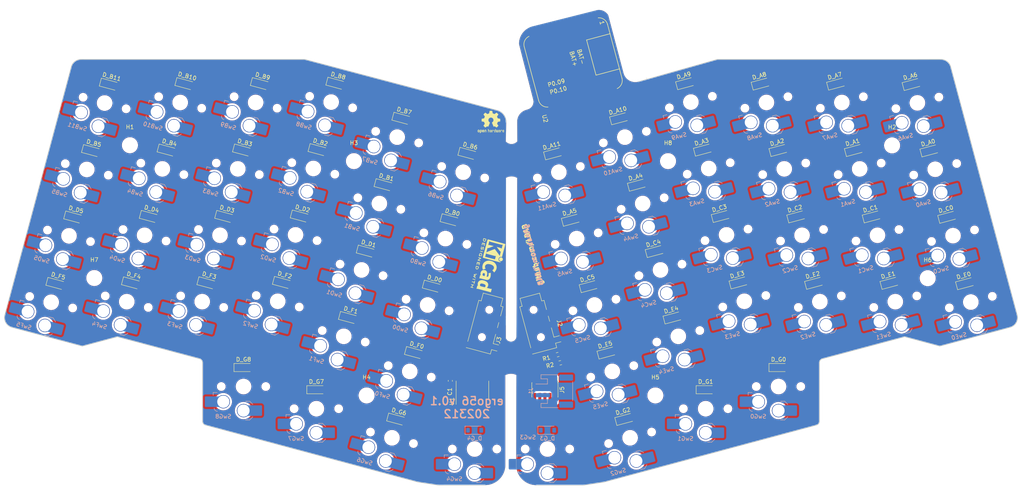
<source format=kicad_pcb>
(kicad_pcb (version 20221018) (generator pcbnew)
  (title_block (date "2023-12-20") (rev "0.1") (company "github.com/LDAB"))
  (layers (0 "F.Cu" signal) (31 "B.Cu" signal) (34 "B.Paste" user) (35 "F.Paste" user) (36 "B.SilkS" user "B.Silkscreen") (37 "F.SilkS" user "F.Silkscreen") (38 "B.Mask" user) (39 "F.Mask" user) (44 "Edge.Cuts" user))
  (net 0 "")
  (net 1 "col0")
  (net 2 "col1")
  (net 3 "col2")
  (net 4 "col3")
  (net 5 "col4")
  (net 6 "col5")
  (net 7 "GND")
  (net 8 "row1")
  (net 9 "row2")
  (net 10 "row3")
  (net 11 "row4")
  (net 12 "col7")
  (net 13 "col8")
  (net 14 "col9")
  (net 15 "RST")
  (net 16 "col10")
  (net 17 "col11")
  (net 18 "col6")
  (net 19 "BAT")
  (net 20 "row0")
  (net 21 "+3V3")
  (net 22 "Net-(D_A0-A)")
  (net 23 "Net-(D_A1-A)")
  (net 24 "Net-(D_A2-A)")
  (net 25 "Net-(D_A3-A)")
  (net 26 "Net-(D_A4-A)")
  (net 27 "Net-(D_A5-A)")
  (net 28 "Net-(D_A6-A)")
  (net 29 "Net-(D_A7-A)")
  (net 30 "Net-(D_A8-A)")
  (net 31 "Net-(D_A9-A)")
  (net 32 "Net-(D_A10-A)")
  (net 33 "Net-(D_A11-A)")
  (net 34 "row6")
  (net 35 "Net-(D_B0-A)")
  (net 36 "Net-(D_B1-A)")
  (net 37 "Net-(D_B2-A)")
  (net 38 "Net-(D_B3-A)")
  (net 39 "Net-(D_B4-A)")
  (net 40 "Net-(D_B5-A)")
  (net 41 "row5")
  (net 42 "Net-(D_B6-A)")
  (net 43 "Net-(D_B7-A)")
  (net 44 "Net-(D_B8-A)")
  (net 45 "Net-(D_B9-A)")
  (net 46 "Net-(D_B10-A)")
  (net 47 "Net-(D_B11-A)")
  (net 48 "Net-(D_C0-A)")
  (net 49 "Net-(D_C1-A)")
  (net 50 "Net-(D_C2-A)")
  (net 51 "Net-(D_C3-A)")
  (net 52 "Net-(D_C4-A)")
  (net 53 "Net-(D_C5-A)")
  (net 54 "row7")
  (net 55 "Net-(D_D0-A)")
  (net 56 "Net-(D_D1-A)")
  (net 57 "Net-(D_D2-A)")
  (net 58 "Net-(D_D3-A)")
  (net 59 "Net-(D_D4-A)")
  (net 60 "Net-(D_D5-A)")
  (net 61 "Net-(D_E0-A)")
  (net 62 "Net-(D_E1-A)")
  (net 63 "Net-(D_E2-A)")
  (net 64 "Net-(D_E3-A)")
  (net 65 "Net-(D_E4-A)")
  (net 66 "Net-(D_E5-A)")
  (net 67 "row8")
  (net 68 "Net-(D_F0-A)")
  (net 69 "Net-(D_F1-A)")
  (net 70 "Net-(D_F2-A)")
  (net 71 "Net-(D_F3-A)")
  (net 72 "Net-(D_F4-A)")
  (net 73 "Net-(D_F5-A)")
  (net 74 "Net-(D_G0-A)")
  (net 75 "Net-(D_G1-A)")
  (net 76 "Net-(D_G2-A)")
  (net 77 "Net-(D_G3-A)")
  (net 78 "row9")
  (net 79 "Net-(D_G4-A)")
  (net 80 "Net-(D_G6-A)")
  (net 81 "Net-(D_G7-A)")
  (net 82 "Net-(D_G8-A)")
  (net 83 "SCL")
  (net 84 "SWDIO")
  (net 85 "SWDCLK")
  (net 87 "SDA")
  (net 94 "VBUS")
  (footprint "Diode_SMD:D_SOD-123" (layer "F.Cu") (at 172.122122 113.992977 15)
    (fp_text reference "D_E5")
    (fp_text value "~")
  )
  (footprint "Diode_SMD:D_SOD-123" (layer "F.Cu") (at 204.744334 96.647437 15)
    (fp_text reference "D_E3")
    (fp_text value "~")
  )
  (footprint "Diode_SMD:D_SOD-123" (layer "F.Cu") (at 223.405073 96.743588 15)
    (fp_text reference "D_E2")
    (fp_text value "~")
  )
  (footprint "Diode_SMD:D_SOD-123" (layer "F.Cu") (at 242.041892 96.750496 15)
    (fp_text reference "D_E1")
    (fp_text value "~")
  )
  (footprint "Diode_SMD:D_SOD-123" (layer "F.Cu") (at 260.702628 96.846634 15)
    (fp_text reference "D_E0")
    (fp_text value "~")
  )
  (footprint "Diode_SMD:D_SOD-123" (layer "F.Cu") (at 40.367311 80.534613 -15)
    (fp_text reference "D_D5")
    (fp_text value "~")
  )
  (footprint "Diode_SMD:D_SOD-123" (layer "F.Cu") (at 59.039182 80.39693 -15)
    (fp_text reference "D_D4")
    (fp_text value "~")
  )
  (footprint "Diode_SMD:D_SOD-123" (layer "F.Cu") (at 77.675889 80.390435 -15)
    (fp_text reference "D_D3")
    (fp_text value "~")
  )
  (footprint "Diode_SMD:D_SOD-123" (layer "F.Cu") (at 96.336634 80.294281 -15)
    (fp_text reference "D_D2")
    (fp_text value "~")
  )
  (footprint "Diode_SMD:D_SOD-123" (layer "F.Cu") (at 112.647735 88.967055 -15)
    (fp_text reference "D_D1")
    (fp_text value "~")
  )
  (footprint "Diode_SMD:D_SOD-123" (layer "F.Cu") (at 128.95884 97.639835 -15)
    (fp_text reference "D_D0")
    (fp_text value "~")
  )
  (footprint "Diode_SMD:D_SOD-123" (layer "F.Cu") (at 167.722187 97.572231 15)
    (fp_text reference "D_C5")
    (fp_text value "~")
  )
  (footprint "Diode_SMD:D_SOD-123" (layer "F.Cu") (at 184.0333 88.899466 15)
    (fp_text reference "D_C4")
    (fp_text value "~")
  )
  (footprint "Diode_SMD:D_SOD-123" (layer "F.Cu") (at 200.344416 80.226688 15)
    (fp_text reference "D_C3")
    (fp_text value "~")
  )
  (footprint "Diode_SMD:D_SOD-123" (layer "F.Cu") (at 219.005144 80.322836 15)
    (fp_text reference "D_C2")
    (fp_text value "~")
  )
  (footprint "Diode_SMD:D_SOD-123" (layer "F.Cu") (at 237.641971 80.329734 15)
    (fp_text reference "D_C1")
    (fp_text value "~")
  )
  (footprint "Diode_SMD:D_SOD-123" (layer "F.Cu") (at 256.302711 80.425887 15)
    (fp_text reference "D_C0")
    (fp_text value "~")
  )
  (footprint "Diode_SMD:D_SOD-123" (layer "F.Cu") (at 44.767246 64.113884 -15)
    (fp_text reference "D_B5")
    (fp_text value "~")
  )
  (footprint "Diode_SMD:D_SOD-123" (layer "F.Cu") (at 63.439107 63.976182 -15)
    (fp_text reference "D_B4")
    (fp_text value "~")
  )
  (footprint "Diode_SMD:D_SOD-123" (layer "F.Cu") (at 82.075809 63.969702 -15)
    (fp_text reference "D_B3")
    (fp_text value "~")
  )
  (footprint "Diode_SMD:D_SOD-123" (layer "F.Cu") (at 100.736559 63.873552 -15)
    (fp_text reference "D_B2")
    (fp_text value "~")
  )
  (footprint "Diode_SMD:D_SOD-123" (layer "F.Cu") (at 117.047665 72.546323 -15)
    (fp_text reference "D_B1")
    (fp_text value "~")
  )
  (footprint "Diode_SMD:D_SOD-123" (layer "F.Cu") (at 133.358764 81.219098 -15)
    (fp_text reference "D_B0")
    (fp_text value "~")
  )
  (footprint "Diode_SMD:D_SOD-123" (layer "F.Cu") (at 163.322261 81.151495 15)
    (fp_text reference "D_A5")
    (fp_text value "~")
  )
  (footprint "Diode_SMD:D_SOD-123" (layer "F.Cu") (at 179.633377 72.478735 15)
    (fp_text reference "D_A4")
    (fp_text value "~")
  )
  (footprint "Diode_SMD:D_SOD-123" (layer "F.Cu") (at 195.94449 63.805954 15)
    (fp_text reference "D_A3")
    (fp_text value "~")
  )
  (footprint "Diode_SMD:D_SOD-123" (layer "F.Cu") (at 214.605234 63.902106 15)
    (fp_text reference "D_A2")
    (fp_text value "~")
  )
  (footprint "Diode_SMD:D_SOD-123" (layer "F.Cu") (at 233.24205 63.90902 15)
    (fp_text reference "D_A1")
    (fp_text value "~")
  )
  (footprint "Diode_SMD:D_SOD-123" (layer "F.Cu") (at 251.902777 64.00515 15)
    (fp_text reference "D_A0")
    (fp_text value "~")
  )
  (footprint "Diode_SMD:D_SOD-123" (layer "F.Cu") (at 100.264573 123.155996)
    (fp_text reference "D_G7")
    (fp_text value "~")
  )
  (footprint "Diode_SMD:D_SOD-123" (layer "F.Cu") (at 120.150091 130.511762 -15)
    (fp_text reference "D_G6")
    (fp_text value "~")
  )
  (footprint "Diode_SMD:D_SOD-123" (layer "F.Cu") (at 176.525605 130.415362 15)
    (fp_text reference "D_G2")
    (fp_text value "~")
  )
  (footprint "Diode_SMD:D_SOD-123" (layer "F.Cu") (at 196.436821 123.155674)
    (fp_text reference "D_G1")
    (fp_text value "~")
  )
  (footprint "Diode_SMD:D_SOD-123" (layer "F.Cu") (at 35.967396 96.955358 -15)
    (fp_text reference "D_F5")
    (fp_text value "~")
  )
  (footprint "Diode_SMD:D_SOD-123" (layer "F.Cu") (at 54.639251 96.817675 -15)
    (fp_text reference "D_F4")
    (fp_text value "~")
  )
  (footprint "Diode_SMD:D_SOD-123" (layer "F.Cu") (at 73.275966 96.81118 -15)
    (fp_text reference "D_F3")
    (fp_text value "~")
  )
  (footprint "Diode_SMD:D_SOD-123" (layer "F.Cu") (at 91.936697 96.715032 -15)
    (fp_text reference "D_F2")
    (fp_text value "~")
  )
  (footprint "Diode_SMD:D_SOD-123" (layer "F.Cu") (at 108.247816 105.387798 -15)
    (fp_text reference "D_F1")
    (fp_text value "~")
  )
  (footprint "Diode_SMD:D_SOD-123" (layer "F.Cu") (at 124.558926 114.060566 -15)
    (fp_text reference "D_F0")
    (fp_text value "~")
  )
  (footprint "Diode_SMD:D_SOD-123" (layer "F.Cu") (at 188.433231 105.320203 15)
    (fp_text reference "D_E4")
    (fp_text value "~")
  )
  (footprint "Connector_Audio:Jack_3.5mm_PJ320D_Horizontal" (layer "F.Cu") (at 141.73555 107.99953 -105)
    (fp_text reference "J3")
    (fp_text value "AudioJack3_Ground")
  )
  (footprint "Diode_SMD:D_SOD-123" (layer "F.Cu") (at 67.839012 47.555414 -15)
    (fp_text reference "D_B10")
    (fp_text value "~")
  )
  (footprint "MountingHole:MountingHole_3.5mm" (layer "F.Cu") (at 251.294969 95.575136)
    (fp_text reference "H6")
    (fp_text value "MountingHole")
  )
  (footprint "MountingHole:MountingHole_3.5mm" (layer "F.Cu") (at 112.672016 124.571755)
    (fp_text reference "H4")
    (fp_text value "MountingHole")
  )
  (footprint "Diode_SMD:D_SOD-123" (layer "F.Cu") (at 158.922397 64.730755 15)
    (fp_text reference "D_A11")
    (fp_text value "~")
  )
  (footprint "MountingHole:MountingHole_3.5mm" (layer "F.Cu") (at 242.495081 62.733607)
    (fp_text reference "H2")
    (fp_text value "MountingHole")
  )
  (footprint "Capacitor_SMD:C_0603_1608Metric_Pad1.08x0.95mm_HandSolder" (layer "F.Cu") (at 133.35355 120.95353 -90)
    (fp_text reference "C1")
    (fp_text value "100n")
  )
  (footprint "Diode_SMD:D_SOD-123" (layer "F.Cu") (at 228.842112 47.488251 15)
    (fp_text reference "D_A7")
    (fp_text value "~")
  )
  (footprint "Diode_SMD:D_SOD-123" (layer "F.Cu") (at 175.233457 56.058026 15)
    (fp_text reference "D_A10")
    (fp_text value "~")
  )
  (footprint "MountingHole:MountingHole_3.5mm" (layer "F.Cu") (at 187.139552 66.624529)
    (fp_text reference "H8")
    (fp_text value "MountingHole")
  )
  (footprint "Resistor_SMD:R_0603_1608Metric_Pad0.98x0.95mm_HandSolder" (layer "F.Cu") (at 160.53155 116.50853 15)
    (fp_text reference "R2")
    (fp_text value "10K")
  )
  (footprint "Diode_SMD:D_SOD-123" (layer "F.Cu") (at 247.502374 47.584159 15)
    (fp_text reference "D_A6")
    (fp_text value "~")
  )
  (footprint "Diode_SMD:D_SOD-123" (layer "F.Cu") (at 121.447563 56.125598 -15)
    (fp_text reference "D_B7")
    (fp_text value "~")
  )
  (footprint "Connector_PinHeader_1.27mm:PinHeader_2x05_P1.27mm_Vertical_SMD" (layer "F.Cu") (at 156.72155 123.19453 -90)
    (fp_text reference "J5")
    (fp_text value "Conn_ARM_SWD")
  )
  (footprint "Diode_SMD:D_SOD-123" (layer "F.Cu") (at 214.437165 117.673497)
    (fp_text reference "D_G0")
    (fp_text value "~")
  )
  (footprint "Diode_SMD:D_SOD-123" (layer "F.Cu") (at 137.758722 64.798342 -15)
    (fp_text reference "D_B6")
    (fp_text value "~")
  )
  (footprint "Connector_Audio:Jack_3.5mm_PJ320D_Horizontal" (layer "F.Cu") (at 155.160779 108.014212 -75)
    (fp_text reference "J2")
    (fp_text value "AudioJack3_Ground")
  )
  (footprint "Package_SO:TSSOP-24_4.4x7.8mm_P0.65mm" (layer "F.Cu") (at 138.81455 123.19453 90)
    (fp_text reference "U1")
    (fp_text value "PCA9555PW")
  )
  (footprint "Diode_SMD:D_SOD-123" (layer "F.Cu") (at 191.544616 47.385194 15)
    (fp_text reference "D_A9")
    (fp_text value "~")
  )
  (footprint "Symbol:KiCad-Logo2_5mm_SilkScreen" (layer "F.Cu") (at 142.823596 92.514014 -105)
    (fp_text reference "REF**" hide)
    (fp_text value "KiCad-Logo2_5mm_SilkScreen" hide)
  )
  (footprint "Diode_SMD:D_SOD-123" (layer "F.Cu") (at 86.475741 47.548921 -15)
    (fp_text reference "D_B9")
    (fp_text value "~")
  )
  (footprint "MountingHole:MountingHole_3.5mm" (layer "F.Cu") (at 54.194961 62.692513)
    (fp_text reference "H1")
    (fp_text value "MountingHole")
  )
  (footprint "Diode_SMD:D_SOD-123" (layer "F.Cu") (at 82.264574 117.673996)
    (fp_text reference "D_G8")
    (fp_text value "~")
  )
  (footprint "Diode_SMD:D_SOD-123" (layer "F.Cu") (at 105.136506 47.45277 -15)
    (fp_text reference "D_B8")
    (fp_text value "~")
  )
  (footprint "Diode_SMD:D_SOD-123" (layer "F.Cu") (at 49.167219 47.693106 -15)
    (fp_text reference "D_B11")
    (fp_text value "~")
  )
  (footprint "Resistor_SMD:R_0603_1608Metric_Pad0.98x0.95mm_HandSolder" (layer "F.Cu") (at 159.87305 114.47653 15)
    (fp_text reference "R1")
    (fp_text value "10K")
  )
  (footprint "Symbol:OSHW-Logo2_7.3x6mm_SilkScreen" (layer "F.Cu") (at 143.38655 56.94553)
    (fp_text reference "REF**" hide)
    (fp_text value "OSHW-Logo2_7.3x6mm_SilkScreen" hide)
  )
  (footprint "MountingHole:MountingHole_3.5mm" (layer "F.Cu") (at 109.53921 66.624587)
    (fp_text reference "H3")
    (fp_text value "MountingHole")
  )
  (footprint "Diode_SMD:D_SOD-123" (layer "F.Cu") (at 210.205268 47.481339 15)
    (fp_text reference "D_A8")
    (fp_text value "~")
  )
  (footprint "MountingHole:MountingHole_3.5mm" (layer "F.Cu") (at 184.007067 124.571747)
    (fp_text reference "H5")
    (fp_text value "MountingHole")
  )
  (footprint "PCM_marbastlib-xp-promicroish:Xiao_nRF52840_AC_Reflow" (layer "F.Cu") (at 163.70655 42.21353 -75)
    (fp_text reference "U2")
    (fp_text value "Seeeduino Xiao nRF52840")
  )
  (footprint "MountingHole:MountingHole_3.5mm" (layer "F.Cu") (at 45.395136 95.534008)
    (fp_text reference "H7")
    (fp_text value "MountingHole")
  )
  (footprint "PCM_marbastlib-choc:SW_choc_v1_HS_1u" (layer "B.Cu") (at 205.988494 101.280507 -165)
    (fp_text reference "SwE3")
    (fp_text value "SW_Push")
  )
  (footprint "PCM_marbastlib-choc:SW_choc_v1_HS_1u" (layer "B.Cu") (at 224.649222 101.376658 -165)
    (fp_text reference "SwE2")
    (fp_text value "SW_Push")
  )
  (footprint "PCM_marbastlib-choc:SW_choc_v1_HS_1u" (layer "B.Cu") (at 243.286049 101.383562 -165)
    (fp_text reference "SwE1")
    (fp_text value "SW_Push")
  )
  (footprint "PCM_marbastlib-choc:SW_choc_v1_HS_1u" (layer "B.Cu") (at 261.946789 101.479712 -165)
    (fp_text reference "SwE0")
    (fp_text value "SW_Push")
  )
  (footprint "PCM_marbastlib-choc:SW_choc_v1_HS_1u" (layer "B.Cu") (at 39.143256 85.100099 165)
    (fp_text reference "SwD5")
    (fp_text value "SW_Push")
  )
  (footprint "PCM_marbastlib-choc:SW_choc_v1_HS_1u" (layer "B.Cu") (at 57.815118 84.96241 165)
    (fp_text reference "SwD4")
    (fp_text value "SW_Push")
  )
  (footprint "PCM_marbastlib-choc:SW_choc_v1_HS_1u" (layer "B.Cu") (at 76.451828 84.955909 165)
    (fp_text reference "SwD3")
    (fp_text value "SW_Push")
  )
  (footprint "PCM_marbastlib-choc:SW_choc_v1_HS_1u" (layer "B.Cu") (at 111.423669 93.532531 165)
    (fp_text reference "SwD1")
    (fp_text value "SW_Push")
  )
  (footprint "PCM_marbastlib-choc:SW_choc_v1_HS_1u" (layer "B.Cu") (at 127.734789 102.20531 165)
    (fp_text reference "SwD0")
    (fp_text value "SW_Push")
  )
  (footprint "PCM_marbastlib-choc:SW_choc_v1_HS_1u" (layer "B.Cu") (at 168.966353 102.205305 -165)
    (fp_text reference "SwC5")
    (fp_text value "SW_Push")
  )
  (footprint "PCM_marbastlib-choc:SW_choc_v1_HS_1u" (layer "B.Cu") (at 132.134702 85.784573 165)
    (fp_text reference "SwB0")
    (fp_text value "SW_Push")
  )
  (footprint "PCM_marbastlib-choc:SW_choc_v1_HS_1u" (layer "B.Cu") (at 95.112563 84.859766 165)
    (fp_text reference "SwD2")
    (fp_text value "SW_Push")
  )
  (footprint "PCM_marbastlib-choc:SW_choc_v1_HS_1u" (layer "B.Cu") (at 185.277461 93.532539 -165)
    (fp_text reference "SwC4")
    (fp_text value "SW_Push")
  )
  (footprint "PCM_marbastlib-choc:SW_choc_v1_HS_1u" (layer "B.Cu") (at 201.588577 84.859766 -165)
    (fp_text reference "SwC3")
    (fp_text value "SW_Push")
  )
  (footprint "PCM_marbastlib-choc:SW_choc_v1_HS_1u" (layer "B.Cu") (at 220.249313 84.955916 -165)
    (fp_text reference "SwC2")
    (fp_text value "SW_Push")
  )
  (footprint "PCM_marbastlib-choc:SW_choc_v1_HS_1u" (layer "B.Cu") (at 238.886124 84.962824 -165)
    (fp_text reference "SwC1")
    (fp_text value "SW_Push")
  )
  (footprint "PCM_marbastlib-choc:SW_choc_v1_HS_1u" (layer "B.Cu") (at 257.546867 85.058972 -165)
    (fp_text reference "SwC0")
    (fp_text value "SW_Push")
  )
  (footprint "PCM_marbastlib-choc:SW_choc_v1_HS_1u" (layer "B.Cu") (at 43.54318 68.679353 165)
    (fp_text reference "SwB5")
    (fp_text value "SW_Push")
  )
  (footprint "PCM_marbastlib-choc:SW_choc_v1_HS_1u" (layer "B.Cu") (at 177.766217 135.046468 -165)
    (fp_text reference "SwG2")
    (fp_text value "SW_Push")
  )
  (footprint "PCM_marbastlib-choc:SW_choc_v1_HS_1u" (layer "B.Cu") (at 62.215042 68.541678 165)
    (fp_text reference "SwB4")
    (fp_text value "SW_Push")
  )
  (footprint "PCM_marbastlib-choc:SW_choc_v1_HS_1u" (layer "B.Cu") (at 253.146927 68.638224 -165)
    (fp_text reference "SwA0")
    (fp_text value "SW_Push")
  )
  (footprint "PCM_marbastlib-choc:SW_choc_v1_HS_1u" (layer "B.Cu") (at 180.877542 77.1118 -165)
    (fp_text reference "SwA4")
    (fp_text value "SW_Push")
  )
  (footprint "PCM_marbastlib-choc:SW_choc_v1_HS_1u" (layer "B.Cu") (at 197.188649 68.439026 -165)
    (fp_text reference "SwA3")
    (fp_text value "SW_Push")
  )
  (footprint "PCM_marbastlib-choc:SW_choc_v1_HS_1u" (layer "B.Cu") (at 115.823598 77.111796 165)
    (fp_text reference "SwB1")
    (fp_text value "SW_Push")
  )
  (footprint "PCM_marbastlib-choc:SW_choc_v1_HS_1u" (layer "B.Cu") (at 123.334859 118.626045 165)
    (fp_text reference "SwF0")
    (fp_text value "SW_Push")
  )
  (footprint "PCM_marbastlib-choc:SW_choc_v1_HS_1u" (layer "B.Cu") (at 234.486214 68.542084 -165)
    (fp_text reference "SwA1")
    (fp_text value "SW_Push")
  )
  (footprint "PCM_marbastlib-choc:SW_choc_v1_HS_1u" (layer "B.Cu") (at 80.851749 68.535178 165)
    (fp_text reference "SwB3")
    (fp_text value "SW_Push")
  )
  (footprint "PCM_marbastlib-choc:SW_choc_v1_HS_1u" (layer "B.Cu") (at 99.512487 68.439036 165)
    (fp_text reference "SwB2")
    (fp_text value "SW_Push")
  )
  (footprint "PCM_marbastlib-choc:SW_choc_v1_HS_1u" (layer "B.Cu") (at 34.743324 101.520842 165)
    (fp_text reference "SwF5")
    (fp_text value "SW_Push")
  )
  (footprint "PCM_marbastlib-choc:SW_choc_v1_HS_1u" (layer "B.Cu") (at 53.415184 101.383149 165)
    (fp_text reference "SwF4")
    (fp_text value "SW_Push")
  )
  (footprint "PCM_marbastlib-choc:SW_choc_v1_HS_1u" (layer "B.Cu") (at 72.051909 101.376659 165)
    (fp_text reference "SwF3")
    (fp_text value "SW_Push")
  )
  (footprint "PCM_marbastlib-choc:SW_choc_v1_HS_1u" (layer "B.Cu") (at 90.712644 101.280517 165)
    (fp_text reference "SwF2")
    (fp_text value "SW_Push")
  )
  (footprint "PCM_marbastlib-choc:SW_choc_v1_HS_1u" (layer "B.Cu") (at 107.023754 109.953268 165)
    (fp_text reference "SwF1")
    (fp_text value "SW_Push")
  )
  (footprint "PCM_marbastlib-choc:SW_choc_v1_HS_1u" (layer "B.Cu") (at 173.366287 118.626054 -165)
    (fp_text reference "SwE5")
    (fp_text value "SW_Push")
  )
  (footprint "PCM_marbastlib-choc:SW_choc_v1_HS_1u" (layer "B.Cu") (at 189.67739 109.953278 -165)
    (fp_text reference "SwE4")
    (fp_text value "SW_Push")
  )
  (footprint "Diode_SMD:D_SOD-123" (layer "B.Cu") (at 139.350572 133.174992)
    (fp_text reference "D_G4")
    (fp_text value "~")
  )
  (footprint "PCM_marbastlib-choc:SW_choc_v1_HS_1u" (layer "B.Cu") (at 215.849382 68.535183 -165)
    (fp_text reference "SwA2")
    (fp_text value "SW_Push")
  )
  (footprint "PCM_marbastlib-choc:SW_choc_v1_HS_1u" (layer "B.Cu") (at 164.566436 85.784569 -165)
    (fp_text reference "SwA5")
    (fp_text value "SW_Push")
  )
  (footprint "PCM_marbastlib-choc:SW_choc_v1_HS_1u" (layer "B.Cu") (at 196.436816 127.850672 180)
    (fp_text reference "SwG1")
    (fp_text value "SW_Push")
  )
  (footprint "PCM_marbastlib-choc:SW_choc_v1_HS_1u" (layer "B.Cu") (at 118.934937 135.046785 165)
    (fp_text reference "SwG6")
    (fp_text value "SW_Push")
  )
  (footprint "PCM_marbastlib-choc:SW_choc_v1_HS_1u" (layer "B.Cu") (at 100.264573 127.850999 180)
    (fp_text reference "SwG7")
    (fp_text value "SW_Push")
  )
  (footprint "PCM_marbastlib-choc:SW_choc_v1_HS_1u" (layer "B.Cu") (at 139.350564 137.824528 180)
    (fp_text reference "SwG4")
    (fp_text value "SW_Push")
  )
  (footprint "PCM_marbastlib-choc:SW_choc_v1_HS_1u" (layer "B.Cu") (at 214.437165 122.368497 180)
    (fp_text reference "SwG0")
    (fp_text value "SW_Push")
  )
  (footprint "PCM_marbastlib-choc:SW_choc_v1_HS_1u" (layer "B.Cu") (at 230.086278 52.121327 -165)
    (fp_text reference "SwA7")
    (fp_text value "SW_Push")
  )
  (footprint "PCM_marbastlib-choc:SW_choc_v1_HS_1u" (layer "B.Cu") (at 248.747044 52.217477 -165)
    (fp_text reference "SwA6")
    (fp_text value "SW_Push")
  )
  (footprint "PCM_marbastlib-choc:SW_choc_v1_HS_1u" (layer "B.Cu") (at 85.251681 52.114403 165)
    (fp_text reference "SwB9")
    (fp_text value "SW_Push")
  )
  (footprint "PCM_marbastlib-choc:SW_choc_v1_HS_1u" (layer "B.Cu") (at 82.264573 122.368996 180)
    (fp_text reference "SwG8")
    (fp_text value "SW_Push")
  )
  (footprint "PCM_marbastlib-choc:SW_choc_v1_HS_1u" (layer "B.Cu") (at 47.943143 52.258568 165)
    (fp_text reference "SwB11")
    (fp_text value "SW_Push")
  )
  (footprint "PCM_marbastlib-choc:SW_choc_v1_HS_1u" (layer "B.Cu") (at 192.788773 52.018263 -165)
    (fp_text reference "SwA9")
    (fp_text value "SW_Push")
  )
  (footprint "PCM_marbastlib-choc:SW_choc_v1_HS_1u" (layer "B.Cu") (at 160.16655 69.363832 -165)
    (fp_text reference "SwA11")
    (fp_text value "SW_Push")
  )
  (footprint "PCM_marbastlib-choc:SW_choc_v1_HS_1u" (layer "B.Cu") (at 120.223509 60.691078 165)
    (fp_text reference "SwB7")
    (fp_text value "SW_Push")
  )
  (footprint "PCM_marbastlib-choc:SW_choc_v1_HS_1u" (layer "B.Cu") (at 66.614955 52.120891 165)
    (fp_text reference "SwB10")
    (fp_text value "SW_Push")
  )
  (footprint "PCM_marbastlib-choc:SW_choc_v1_HS_1u" (layer "B.Cu") (at 103.912439 52.018253 165)
    (fp_text reference "SwB8")
    (fp_text value "SW_Push")
  )
  (footprint "PCM_marbastlib-choc:SW_choc_v1_HS_1u" (layer "B.Cu") (at 211.449432 52.114421 -165)
    (fp_text reference "SwA8")
    (fp_text value "SW_Push")
  )
  (footprint "PCM_marbastlib-choc:SW_choc_v1_HS_1u" (layer "B.Cu") (at 176.477608 60.6911 -165)
    (fp_text reference "SwA10")
    (fp_text value "SW_Push")
  )
  (footprint "Diode_SMD:D_SOD-123" (layer "B.Cu") (at 157.350569 133.174995)
    (fp_text reference "D_G3")
    (fp_text value "~")
  )
  (footprint "PCM_marbastlib-choc:SW_choc_v1_HS_1u" (layer "B.Cu") (at 157.350563 137.824532 180)
    (fp_text reference "SwG3")
    (fp_text value "SW_Push")
  )
  (footprint "PCM_marbastlib-choc:SW_choc_v1_HS_1u" (layer "B.Cu") (at 136.534664 69.363816 165)
    (fp_text reference "SwB6")
    (fp_text value "SW_Push")
  )
  (footprint "Connector_JST:JST_PH_S2B-PH-SM4-TB_1x02-1MP_P2.00mm_Horizontal" (layer "B.Cu") (at 159.06355 123.50953 -90)
    (fp_text reference "J1")
    (fp_text value "BAT" hide)
  )
  (gr_arc (start 71.401864 115.499221) (mid 71.936152 115.856073) (end 72.143044 116.464356) (stroke (width 0.188976)) (layer "Edge.Cuts"))
  (gr_line (start 254.261975 112.386029) (end 245.5945 110.056278) (stroke (width 0.188976)) (layer "Edge.Cuts"))
  (gr_line (start 171.388404 145.987649) (end 166.343022 146.756332) (stroke (width 0.188976)) (layer "Edge.Cuts"))
  (gr_arc (start 224.542925 116.464079) (mid 224.749804 115.85578) (end 225.284106 115.498943) (stroke (width 0.188976)) (layer "Edge.Cuts"))
  (gr_arc (start 25.052754 107.732461) (mid 23.534751 106.567652) (end 23.284987 104.670601) (stroke (width 0.188976)) (layer "Edge.Cuts"))
  (gr_line (start 152.501377 53.830499) (end 151.980791 53.994112) (stroke (width 0.05)) (layer "Edge.Cuts"))
  (gr_arc (start 147.108209 70.76535) (mid 148.489088 70.395557) (end 149.86355 70.788531) (stroke (width 0.05)) (layer "Edge.Cuts"))
  (gr_line (start 149.68877 110.1294) (end 149.86355 70.788531) (stroke (width 0.05)) (layer "Edge.Cuts"))
  (gr_line (start 256.979064 43.312681) (end 273.400929 104.670314) (stroke (width 0.188976)) (layer "Edge.Cuts"))
  (gr_arc (start 150.315659 37.64153) (mid 151.212791 34.945061) (end 153.54655 33.32353) (stroke (width 0.05)) (layer "Edge.Cuts"))
  (gr_arc (start 179.853881 46.968512) (mid 177.549595 46.688114) (end 176.135152 44.847528) (stroke (width 0.05)) (layer "Edge.Cuts"))
  (gr_line (start 147.069551 61.77153) (end 147.154567 57.010572) (stroke (width 0.05)) (layer "Edge.Cuts"))
  (gr_line (start 153.839424 51.427215) (end 150.315659 37.64153) (stroke (width 0.05)) (layer "Edge.Cuts"))
  (gr_arc (start 153.839424 51.427215) (mid 153.64914 52.8954) (end 152.501377 53.830499) (stroke (width 0.05)) (layer "Edge.Cuts"))
  (gr_line (start 146.94255 119.55653) (end 146.94255 141.741085) (stroke (width 0.05)) (layer "Edge.Cuts"))
  (gr_arc (start 144.923606 54.057128) (mid 146.548854 55.148784) (end 147.154567 57.010572) (stroke (width 0.188976)) (layer "Edge.Cuts"))
  (gr_line (start 125.29762 145.987617) (end 72.884113 131.909698) (stroke (width 0.188976)) (layer "Edge.Cuts"))
  (gr_arc (start 224.542787 130.943884) (mid 224.336259 131.552539) (end 223.801916 131.909727) (stroke (width 0.188976)) (layer "Edge.Cuts"))
  (gr_line (start 169.67555 29.259531) (end 153.54655 33.32353) (stroke (width 0.05)) (layer "Edge.Cuts"))
  (gr_arc (start 154.62643 146.756323) (mid 151.086133 145.287127) (end 149.626452 141.742921) (stroke (width 0.05)) (layer "Edge.Cuts"))
  (gr_line (start 72.143242 130.943856) (end 72.143044 116.464356) (stroke (width 0.188976)) (layer "Edge.Cuts"))
  (gr_line (start 23.284987 104.670601) (end 39.706856 43.31299) (stroke (width 0.188976)) (layer "Edge.Cuts"))
  (gr_arc (start 72.884113 131.909698) (mid 72.349788 131.552492) (end 72.143242 130.943856) (stroke (width 0.188976)) (layer "Edge.Cuts"))
  (gr_arc (start 273.400929 104.670314) (mid 273.151191 106.567365) (end 271.633163 107.732174) (stroke (width 0.188976)) (layer "Edge.Cuts"))
  (gr_line (start 179.853881 46.968512) (end 199.274015 41.464767) (stroke (width 0.188976)) (layer "Edge.Cuts"))
  (gr_arc (start 169.67555 29.259531) (mid 171.204489 29.489261) (end 172.355356 30.521704) (stroke (width 0.05)) (layer "Edge.Cuts"))
  (gr_line (start 141.949109 146.741081) (end 130.343005 146.756306) (stroke (width 0.188976)) (layer "Edge.Cuts"))
  (gr_arc (start 146.94255 141.741085) (mid 145.480402 145.274299) (end 141.949109 146.741081) (stroke (width 0.05)) (layer "Edge.Cuts"))
  (gr_line (start 97.411855 41.465021) (end 97.411855 41.465021) (stroke (width 0.188976)) (layer "Edge.Cuts"))
  (gr_arc (start 39.706856 43.31299) (mid 40.600573 41.976039) (end 42.123699 41.460039) (stroke (width 0.188976)) (layer "Edge.Cuts"))
  (gr_arc (start 149.880356 56.878811) (mid 150.455051 55.090219) (end 151.980791 53.994112) (stroke (width 0.05)) (layer "Edge.Cuts"))
  (gr_line (start 149.626452 141.742921) (end 149.685989 119.530651) (stroke (width 0.05)) (layer "Edge.Cuts"))
  (gr_line (start 176.135152 44.847528) (end 172.355356 30.521704) (stroke (width 0.05)) (layer "Edge.Cuts"))
  (gr_arc (start 149.68877 110.1294) (mid 148.486552 111.264439) (end 147.069551 110.41253) (stroke (width 0.05)) (layer "Edge.Cuts"))
  (gr_line (start 97.411855 41.465021) (end 144.923606 54.057128) (stroke (width 0.188976)) (layer "Edge.Cuts"))
  (gr_line (start 166.343022 146.756332) (end 154.62643 146.756323) (stroke (width 0.188976)) (layer "Edge.Cuts"))
  (gr_arc (start 149.916944 61.710192) (mid 148.507211 62.389082) (end 147.069551 61.77153) (stroke (width 0.05)) (layer "Edge.Cuts"))
  (gr_line (start 271.633163 107.732174) (end 254.261975 112.386029) (stroke (width 0.188976)) (layer "Edge.Cuts"))
  (gr_line (start 149.916944 61.710192) (end 149.880356 56.878811) (stroke (width 0.05)) (layer "Edge.Cuts"))
  (gr_line (start 42.123699 41.460039) (end 97.411855 41.465021) (stroke (width 0.188976)) (layer "Edge.Cuts"))
  (gr_line (start 147.069551 110.41253) (end 147.108209 70.76535) (stroke (width 0.05)) (layer "Edge.Cuts"))
  (gr_line (start 130.343005 146.756306) (end 125.29762 145.987617) (stroke (width 0.188976)) (layer "Edge.Cuts"))
  (gr_line (start 71.401864 115.499221) (end 51.091469 110.056553) (stroke (width 0.188976)) (layer "Edge.Cuts"))
  (gr_line (start 224.542925 116.464079) (end 224.542787 130.943884) (stroke (width 0.188976)) (layer "Edge.Cuts"))
  (gr_line (start 245.5945 110.056278) (end 225.284106 115.498943) (stroke (width 0.188976)) (layer "Edge.Cuts"))
  (gr_line (start 181.890401 46.117948) (end 181.890401 46.117948) (stroke (width 0.188976)) (layer "Edge.Cuts"))
  (gr_line (start 51.091469 110.056553) (end 42.423994 112.386304) (stroke (width 0.188976)) (layer "Edge.Cuts"))
  (gr_line (start 42.423994 112.386304) (end 25.052754 107.732461) (stroke (width 0.188976)) (layer "Edge.Cuts"))
  (gr_arc (start 254.562221 41.459728) (mid 256.085345 41.975725) (end 256.979064 43.312681) (stroke (width 0.188976)) (layer "Edge.Cuts"))
  (gr_line (start 199.274015 41.464767) (end 254.562221 41.459728) (stroke (width 0.188976)) (layer "Edge.Cuts"))
  (gr_line (start 223.801916 131.909727) (end 171.388404 145.987649) (stroke (width 0.188976)) (layer "Edge.Cuts"))
  (gr_arc (start 146.94255 119.55653) (mid 148.31115 119.212933) (end 149.685989 119.530651) (stroke (width 0.05)) (layer "Edge.Cuts"))
  (gr_text "ergo56 v0.1\n202312" (at 137.41755 127.55753) (layer "B.SilkS") (effects (font (size 2 2) (thickness 0.35)) (justify mirror)))
  (gr_text "github.com/LDAB" (at 153.80055 89.83853 105) (layer "B.SilkS") (effects (font (size 1.2 1.2) (thickness 0.3)) (justify mirror)))
  (gr_text "github.com/LDAB" (at 153.67355 89.71153 105) (layer "F.SilkS") (effects (font (size 1.2 1.2) (thickness 0.3))))
  (zone (net 7) (net_name "GND") (layers "F&B.Cu") (connect_pads thru_hole_only (clearance 0.508)) (min_thickness 0.254) (fill yes (thermal_gap 0.254) (thermal_bridge_width 0.254))
    (polygon (pts (xy 274.826746 148.649191) (xy 22.098351 148.649199) (xy 22.375189 26.776617) (xy 275.103581 26.776605)))
  )
)
</source>
